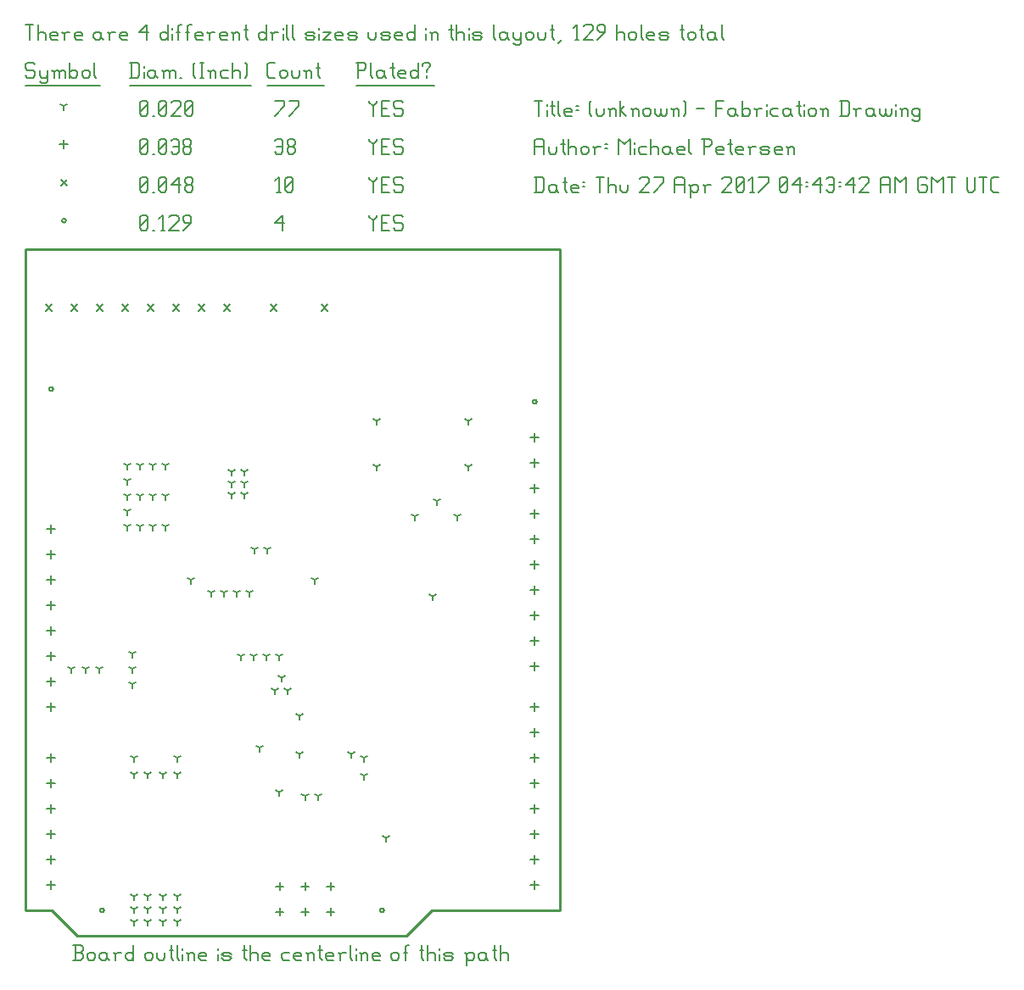
<source format=gbr>
G04 start of page 12 for group -3984 idx -3984 *
G04 Title: (unknown), fab *
G04 Creator: pcb 20140316 *
G04 CreationDate: Thu 27 Apr 2017 04:43:42 AM GMT UTC *
G04 For: railfan *
G04 Format: Gerber/RS-274X *
G04 PCB-Dimensions (mil): 2100.00 2700.00 *
G04 PCB-Coordinate-Origin: lower left *
%MOIN*%
%FSLAX25Y25*%
%LNFAB*%
%ADD88C,0.0100*%
%ADD87C,0.0060*%
%ADD86R,0.0080X0.0080*%
G54D86*X139200Y10000D02*G75*G03X140800Y10000I800J0D01*G01*
G75*G03X139200Y10000I-800J0D01*G01*
X199200Y210000D02*G75*G03X200800Y210000I800J0D01*G01*
G75*G03X199200Y210000I-800J0D01*G01*
X9200Y215000D02*G75*G03X10800Y215000I800J0D01*G01*
G75*G03X9200Y215000I-800J0D01*G01*
X29200Y10000D02*G75*G03X30800Y10000I800J0D01*G01*
G75*G03X29200Y10000I-800J0D01*G01*
X14200Y281250D02*G75*G03X15800Y281250I800J0D01*G01*
G75*G03X14200Y281250I-800J0D01*G01*
G54D87*X135000Y283500D02*Y282750D01*
X136500Y281250D01*
X138000Y282750D01*
Y283500D02*Y282750D01*
X136500Y281250D02*Y277500D01*
X139800Y280500D02*X142050D01*
X139800Y277500D02*X142800D01*
X139800Y283500D02*Y277500D01*
Y283500D02*X142800D01*
X147600D02*X148350Y282750D01*
X145350Y283500D02*X147600D01*
X144600Y282750D02*X145350Y283500D01*
X144600Y282750D02*Y281250D01*
X145350Y280500D01*
X147600D01*
X148350Y279750D01*
Y278250D01*
X147600Y277500D02*X148350Y278250D01*
X145350Y277500D02*X147600D01*
X144600Y278250D02*X145350Y277500D01*
X98000Y280500D02*X101000Y283500D01*
X98000Y280500D02*X101750D01*
X101000Y283500D02*Y277500D01*
X45000Y278250D02*X45750Y277500D01*
X45000Y282750D02*Y278250D01*
Y282750D02*X45750Y283500D01*
X47250D01*
X48000Y282750D01*
Y278250D01*
X47250Y277500D02*X48000Y278250D01*
X45750Y277500D02*X47250D01*
X45000Y279000D02*X48000Y282000D01*
X49800Y277500D02*X50550D01*
X53100D02*X54600D01*
X53850Y283500D02*Y277500D01*
X52350Y282000D02*X53850Y283500D01*
X56400Y282750D02*X57150Y283500D01*
X59400D01*
X60150Y282750D01*
Y281250D01*
X56400Y277500D02*X60150Y281250D01*
X56400Y277500D02*X60150D01*
X61950D02*X64950Y280500D01*
Y282750D02*Y280500D01*
X64200Y283500D02*X64950Y282750D01*
X62700Y283500D02*X64200D01*
X61950Y282750D02*X62700Y283500D01*
X61950Y282750D02*Y281250D01*
X62700Y280500D01*
X64950D01*
X77800Y248200D02*X80200Y245800D01*
X77800D02*X80200Y248200D01*
X67800D02*X70200Y245800D01*
X67800D02*X70200Y248200D01*
X57800D02*X60200Y245800D01*
X57800D02*X60200Y248200D01*
X47800D02*X50200Y245800D01*
X47800D02*X50200Y248200D01*
X37800D02*X40200Y245800D01*
X37800D02*X40200Y248200D01*
X27800D02*X30200Y245800D01*
X27800D02*X30200Y248200D01*
X17800D02*X20200Y245800D01*
X17800D02*X20200Y248200D01*
X7800D02*X10200Y245800D01*
X7800D02*X10200Y248200D01*
X116300D02*X118700Y245800D01*
X116300D02*X118700Y248200D01*
X96300D02*X98700Y245800D01*
X96300D02*X98700Y248200D01*
X13800Y297450D02*X16200Y295050D01*
X13800D02*X16200Y297450D01*
X135000Y298500D02*Y297750D01*
X136500Y296250D01*
X138000Y297750D01*
Y298500D02*Y297750D01*
X136500Y296250D02*Y292500D01*
X139800Y295500D02*X142050D01*
X139800Y292500D02*X142800D01*
X139800Y298500D02*Y292500D01*
Y298500D02*X142800D01*
X147600D02*X148350Y297750D01*
X145350Y298500D02*X147600D01*
X144600Y297750D02*X145350Y298500D01*
X144600Y297750D02*Y296250D01*
X145350Y295500D01*
X147600D01*
X148350Y294750D01*
Y293250D01*
X147600Y292500D02*X148350Y293250D01*
X145350Y292500D02*X147600D01*
X144600Y293250D02*X145350Y292500D01*
X98750D02*X100250D01*
X99500Y298500D02*Y292500D01*
X98000Y297000D02*X99500Y298500D01*
X102050Y293250D02*X102800Y292500D01*
X102050Y297750D02*Y293250D01*
Y297750D02*X102800Y298500D01*
X104300D01*
X105050Y297750D01*
Y293250D01*
X104300Y292500D02*X105050Y293250D01*
X102800Y292500D02*X104300D01*
X102050Y294000D02*X105050Y297000D01*
X45000Y293250D02*X45750Y292500D01*
X45000Y297750D02*Y293250D01*
Y297750D02*X45750Y298500D01*
X47250D01*
X48000Y297750D01*
Y293250D01*
X47250Y292500D02*X48000Y293250D01*
X45750Y292500D02*X47250D01*
X45000Y294000D02*X48000Y297000D01*
X49800Y292500D02*X50550D01*
X52350Y293250D02*X53100Y292500D01*
X52350Y297750D02*Y293250D01*
Y297750D02*X53100Y298500D01*
X54600D01*
X55350Y297750D01*
Y293250D01*
X54600Y292500D02*X55350Y293250D01*
X53100Y292500D02*X54600D01*
X52350Y294000D02*X55350Y297000D01*
X57150Y295500D02*X60150Y298500D01*
X57150Y295500D02*X60900D01*
X60150Y298500D02*Y292500D01*
X62700Y293250D02*X63450Y292500D01*
X62700Y294750D02*Y293250D01*
Y294750D02*X63450Y295500D01*
X64950D01*
X65700Y294750D01*
Y293250D01*
X64950Y292500D02*X65700Y293250D01*
X63450Y292500D02*X64950D01*
X62700Y296250D02*X63450Y295500D01*
X62700Y297750D02*Y296250D01*
Y297750D02*X63450Y298500D01*
X64950D01*
X65700Y297750D01*
Y296250D01*
X64950Y295500D02*X65700Y296250D01*
X10000Y161600D02*Y158400D01*
X8400Y160000D02*X11600D01*
X10000Y151600D02*Y148400D01*
X8400Y150000D02*X11600D01*
X10000Y141600D02*Y138400D01*
X8400Y140000D02*X11600D01*
X10000Y131600D02*Y128400D01*
X8400Y130000D02*X11600D01*
X10000Y121600D02*Y118400D01*
X8400Y120000D02*X11600D01*
X10000Y111600D02*Y108400D01*
X8400Y110000D02*X11600D01*
X10000Y101600D02*Y98400D01*
X8400Y100000D02*X11600D01*
X10000Y91600D02*Y88400D01*
X8400Y90000D02*X11600D01*
X10000Y71600D02*Y68400D01*
X8400Y70000D02*X11600D01*
X10000Y61600D02*Y58400D01*
X8400Y60000D02*X11600D01*
X10000Y51600D02*Y48400D01*
X8400Y50000D02*X11600D01*
X10000Y41600D02*Y38400D01*
X8400Y40000D02*X11600D01*
X10000Y31600D02*Y28400D01*
X8400Y30000D02*X11600D01*
X10000Y21600D02*Y18400D01*
X8400Y20000D02*X11600D01*
X200000Y21600D02*Y18400D01*
X198400Y20000D02*X201600D01*
X200000Y31600D02*Y28400D01*
X198400Y30000D02*X201600D01*
X200000Y41600D02*Y38400D01*
X198400Y40000D02*X201600D01*
X200000Y51600D02*Y48400D01*
X198400Y50000D02*X201600D01*
X200000Y61600D02*Y58400D01*
X198400Y60000D02*X201600D01*
X200000Y71600D02*Y68400D01*
X198400Y70000D02*X201600D01*
X200000Y81600D02*Y78400D01*
X198400Y80000D02*X201600D01*
X200000Y91600D02*Y88400D01*
X198400Y90000D02*X201600D01*
X200000Y107600D02*Y104400D01*
X198400Y106000D02*X201600D01*
X200000Y117600D02*Y114400D01*
X198400Y116000D02*X201600D01*
X200000Y127600D02*Y124400D01*
X198400Y126000D02*X201600D01*
X200000Y137600D02*Y134400D01*
X198400Y136000D02*X201600D01*
X200000Y147600D02*Y144400D01*
X198400Y146000D02*X201600D01*
X200000Y157600D02*Y154400D01*
X198400Y156000D02*X201600D01*
X200000Y167600D02*Y164400D01*
X198400Y166000D02*X201600D01*
X200000Y177600D02*Y174400D01*
X198400Y176000D02*X201600D01*
X200000Y187600D02*Y184400D01*
X198400Y186000D02*X201600D01*
X200000Y197600D02*Y194400D01*
X198400Y196000D02*X201600D01*
X119803Y21049D02*Y17849D01*
X118203Y19449D02*X121403D01*
X109803Y21049D02*Y17849D01*
X108203Y19449D02*X111403D01*
X99803Y21049D02*Y17849D01*
X98203Y19449D02*X101403D01*
X119803Y11049D02*Y7849D01*
X118203Y9449D02*X121403D01*
X109803Y11049D02*Y7849D01*
X108203Y9449D02*X111403D01*
X99803Y11049D02*Y7849D01*
X98203Y9449D02*X101403D01*
X15000Y312850D02*Y309650D01*
X13400Y311250D02*X16600D01*
X135000Y313500D02*Y312750D01*
X136500Y311250D01*
X138000Y312750D01*
Y313500D02*Y312750D01*
X136500Y311250D02*Y307500D01*
X139800Y310500D02*X142050D01*
X139800Y307500D02*X142800D01*
X139800Y313500D02*Y307500D01*
Y313500D02*X142800D01*
X147600D02*X148350Y312750D01*
X145350Y313500D02*X147600D01*
X144600Y312750D02*X145350Y313500D01*
X144600Y312750D02*Y311250D01*
X145350Y310500D01*
X147600D01*
X148350Y309750D01*
Y308250D01*
X147600Y307500D02*X148350Y308250D01*
X145350Y307500D02*X147600D01*
X144600Y308250D02*X145350Y307500D01*
X98000Y312750D02*X98750Y313500D01*
X100250D01*
X101000Y312750D01*
Y308250D01*
X100250Y307500D02*X101000Y308250D01*
X98750Y307500D02*X100250D01*
X98000Y308250D02*X98750Y307500D01*
Y310500D02*X101000D01*
X102800Y308250D02*X103550Y307500D01*
X102800Y309750D02*Y308250D01*
Y309750D02*X103550Y310500D01*
X105050D01*
X105800Y309750D01*
Y308250D01*
X105050Y307500D02*X105800Y308250D01*
X103550Y307500D02*X105050D01*
X102800Y311250D02*X103550Y310500D01*
X102800Y312750D02*Y311250D01*
Y312750D02*X103550Y313500D01*
X105050D01*
X105800Y312750D01*
Y311250D01*
X105050Y310500D02*X105800Y311250D01*
X45000Y308250D02*X45750Y307500D01*
X45000Y312750D02*Y308250D01*
Y312750D02*X45750Y313500D01*
X47250D01*
X48000Y312750D01*
Y308250D01*
X47250Y307500D02*X48000Y308250D01*
X45750Y307500D02*X47250D01*
X45000Y309000D02*X48000Y312000D01*
X49800Y307500D02*X50550D01*
X52350Y308250D02*X53100Y307500D01*
X52350Y312750D02*Y308250D01*
Y312750D02*X53100Y313500D01*
X54600D01*
X55350Y312750D01*
Y308250D01*
X54600Y307500D02*X55350Y308250D01*
X53100Y307500D02*X54600D01*
X52350Y309000D02*X55350Y312000D01*
X57150Y312750D02*X57900Y313500D01*
X59400D01*
X60150Y312750D01*
Y308250D01*
X59400Y307500D02*X60150Y308250D01*
X57900Y307500D02*X59400D01*
X57150Y308250D02*X57900Y307500D01*
Y310500D02*X60150D01*
X61950Y308250D02*X62700Y307500D01*
X61950Y309750D02*Y308250D01*
Y309750D02*X62700Y310500D01*
X64200D01*
X64950Y309750D01*
Y308250D01*
X64200Y307500D02*X64950Y308250D01*
X62700Y307500D02*X64200D01*
X61950Y311250D02*X62700Y310500D01*
X61950Y312750D02*Y311250D01*
Y312750D02*X62700Y313500D01*
X64200D01*
X64950Y312750D01*
Y311250D01*
X64200Y310500D02*X64950Y311250D01*
X160000Y133500D02*Y131900D01*
Y133500D02*X161387Y134300D01*
X160000Y133500D02*X158613Y134300D01*
X169500Y165000D02*Y163400D01*
Y165000D02*X170887Y165800D01*
X169500Y165000D02*X168113Y165800D01*
X153000Y165000D02*Y163400D01*
Y165000D02*X154387Y165800D01*
X153000Y165000D02*X151613Y165800D01*
X42000Y111000D02*Y109400D01*
Y111000D02*X43387Y111800D01*
X42000Y111000D02*X40613Y111800D01*
X42000Y105000D02*Y103400D01*
Y105000D02*X43387Y105800D01*
X42000Y105000D02*X40613Y105800D01*
X42000Y99000D02*Y97400D01*
Y99000D02*X43387Y99800D01*
X42000Y99000D02*X40613Y99800D01*
X18000Y105000D02*Y103400D01*
Y105000D02*X19387Y105800D01*
X18000Y105000D02*X16613Y105800D01*
X23500Y105000D02*Y103400D01*
Y105000D02*X24887Y105800D01*
X23500Y105000D02*X22113Y105800D01*
X29000Y105000D02*Y103400D01*
Y105000D02*X30387Y105800D01*
X29000Y105000D02*X27613Y105800D01*
X73000Y135000D02*Y133400D01*
Y135000D02*X74387Y135800D01*
X73000Y135000D02*X71613Y135800D01*
X83000Y135000D02*Y133400D01*
Y135000D02*X84387Y135800D01*
X83000Y135000D02*X81613Y135800D01*
X55000Y185000D02*Y183400D01*
Y185000D02*X56387Y185800D01*
X55000Y185000D02*X53613Y185800D01*
X50000Y185000D02*Y183400D01*
Y185000D02*X51387Y185800D01*
X50000Y185000D02*X48613Y185800D01*
X55000Y173000D02*Y171400D01*
Y173000D02*X56387Y173800D01*
X55000Y173000D02*X53613Y173800D01*
X50000Y173000D02*Y171400D01*
Y173000D02*X51387Y173800D01*
X50000Y173000D02*X48613Y173800D01*
X55000Y161000D02*Y159400D01*
Y161000D02*X56387Y161800D01*
X55000Y161000D02*X53613Y161800D01*
X50000Y161000D02*Y159400D01*
Y161000D02*X51387Y161800D01*
X50000Y161000D02*X48613Y161800D01*
X45000Y185000D02*Y183400D01*
Y185000D02*X46387Y185800D01*
X45000Y185000D02*X43613Y185800D01*
X40000Y185000D02*Y183400D01*
Y185000D02*X41387Y185800D01*
X40000Y185000D02*X38613Y185800D01*
X45000Y173000D02*Y171400D01*
Y173000D02*X46387Y173800D01*
X45000Y173000D02*X43613Y173800D01*
X40000Y173000D02*Y171400D01*
Y173000D02*X41387Y173800D01*
X40000Y173000D02*X38613Y173800D01*
X45000Y161000D02*Y159400D01*
Y161000D02*X46387Y161800D01*
X45000Y161000D02*X43613Y161800D01*
X40000Y161000D02*Y159400D01*
Y161000D02*X41387Y161800D01*
X40000Y161000D02*X38613Y161800D01*
X40000Y179000D02*Y177400D01*
Y179000D02*X41387Y179800D01*
X40000Y179000D02*X38613Y179800D01*
X40000Y167000D02*Y165400D01*
Y167000D02*X41387Y167800D01*
X40000Y167000D02*X38613Y167800D01*
X90000Y152000D02*Y150400D01*
Y152000D02*X91387Y152800D01*
X90000Y152000D02*X88613Y152800D01*
X95000Y152000D02*Y150400D01*
Y152000D02*X96387Y152800D01*
X95000Y152000D02*X93613Y152800D01*
X81000Y173500D02*Y171900D01*
Y173500D02*X82387Y174300D01*
X81000Y173500D02*X79613Y174300D01*
X86000Y173500D02*Y171900D01*
Y173500D02*X87387Y174300D01*
X86000Y173500D02*X84613Y174300D01*
X81000Y182500D02*Y180900D01*
Y182500D02*X82387Y183300D01*
X81000Y182500D02*X79613Y183300D01*
X86000Y182500D02*Y180900D01*
Y182500D02*X87387Y183300D01*
X86000Y182500D02*X84613Y183300D01*
X81000Y178000D02*Y176400D01*
Y178000D02*X82387Y178800D01*
X81000Y178000D02*X79613Y178800D01*
X86000Y178000D02*Y176400D01*
Y178000D02*X87387Y178800D01*
X86000Y178000D02*X84613Y178800D01*
X88000Y135000D02*Y133400D01*
Y135000D02*X89387Y135800D01*
X88000Y135000D02*X86613Y135800D01*
X161600Y171000D02*Y169400D01*
Y171000D02*X162987Y171800D01*
X161600Y171000D02*X160213Y171800D01*
X78000Y135000D02*Y133400D01*
Y135000D02*X79387Y135800D01*
X78000Y135000D02*X76613Y135800D01*
X54000Y63500D02*Y61900D01*
Y63500D02*X55387Y64300D01*
X54000Y63500D02*X52613Y64300D01*
X48000Y63500D02*Y61900D01*
Y63500D02*X49387Y64300D01*
X48000Y63500D02*X46613Y64300D01*
X42500Y63500D02*Y61900D01*
Y63500D02*X43887Y64300D01*
X42500Y63500D02*X41113Y64300D01*
X42500Y70000D02*Y68400D01*
Y70000D02*X43887Y70800D01*
X42500Y70000D02*X41113Y70800D01*
X59500Y70000D02*Y68400D01*
Y70000D02*X60887Y70800D01*
X59500Y70000D02*X58113Y70800D01*
X59500Y63500D02*Y61900D01*
Y63500D02*X60887Y64300D01*
X59500Y63500D02*X58113Y64300D01*
X138000Y202500D02*Y200900D01*
Y202500D02*X139387Y203300D01*
X138000Y202500D02*X136613Y203300D01*
X138000Y184500D02*Y182900D01*
Y184500D02*X139387Y185300D01*
X138000Y184500D02*X136613Y185300D01*
X174000Y202500D02*Y200900D01*
Y202500D02*X175387Y203300D01*
X174000Y202500D02*X172613Y203300D01*
X174000Y184500D02*Y182900D01*
Y184500D02*X175387Y185300D01*
X174000Y184500D02*X172613Y185300D01*
X54000Y5500D02*Y3900D01*
Y5500D02*X55387Y6300D01*
X54000Y5500D02*X52613Y6300D01*
X48000Y5500D02*Y3900D01*
Y5500D02*X49387Y6300D01*
X48000Y5500D02*X46613Y6300D01*
X42500Y5500D02*Y3900D01*
Y5500D02*X43887Y6300D01*
X42500Y5500D02*X41113Y6300D01*
X59500Y5500D02*Y3900D01*
Y5500D02*X60887Y6300D01*
X59500Y5500D02*X58113Y6300D01*
X54000Y10500D02*Y8900D01*
Y10500D02*X55387Y11300D01*
X54000Y10500D02*X52613Y11300D01*
X48000Y10500D02*Y8900D01*
Y10500D02*X49387Y11300D01*
X48000Y10500D02*X46613Y11300D01*
X42500Y10500D02*Y8900D01*
Y10500D02*X43887Y11300D01*
X42500Y10500D02*X41113Y11300D01*
X59500Y10500D02*Y8900D01*
Y10500D02*X60887Y11300D01*
X59500Y10500D02*X58113Y11300D01*
X54000Y15500D02*Y13900D01*
Y15500D02*X55387Y16300D01*
X54000Y15500D02*X52613Y16300D01*
X48000Y15500D02*Y13900D01*
Y15500D02*X49387Y16300D01*
X48000Y15500D02*X46613Y16300D01*
X42500Y15500D02*Y13900D01*
Y15500D02*X43887Y16300D01*
X42500Y15500D02*X41113Y16300D01*
X59500Y15500D02*Y13900D01*
Y15500D02*X60887Y16300D01*
X59500Y15500D02*X58113Y16300D01*
X65000Y140000D02*Y138400D01*
Y140000D02*X66387Y140800D01*
X65000Y140000D02*X63613Y140800D01*
X141500Y38500D02*Y36900D01*
Y38500D02*X142887Y39300D01*
X141500Y38500D02*X140113Y39300D01*
X113500Y140000D02*Y138400D01*
Y140000D02*X114887Y140800D01*
X113500Y140000D02*X112113Y140800D01*
X100500Y101500D02*Y99900D01*
Y101500D02*X101887Y102300D01*
X100500Y101500D02*X99113Y102300D01*
X98000Y96500D02*Y94900D01*
Y96500D02*X99387Y97300D01*
X98000Y96500D02*X96613Y97300D01*
X103000Y96500D02*Y94900D01*
Y96500D02*X104387Y97300D01*
X103000Y96500D02*X101613Y97300D01*
X128000Y71500D02*Y69900D01*
Y71500D02*X129387Y72300D01*
X128000Y71500D02*X126613Y72300D01*
X99500Y56500D02*Y54900D01*
Y56500D02*X100887Y57300D01*
X99500Y56500D02*X98113Y57300D01*
X84500Y110000D02*Y108400D01*
Y110000D02*X85887Y110800D01*
X84500Y110000D02*X83113Y110800D01*
X94500Y110000D02*Y108400D01*
Y110000D02*X95887Y110800D01*
X94500Y110000D02*X93113Y110800D01*
X89500Y110000D02*Y108400D01*
Y110000D02*X90887Y110800D01*
X89500Y110000D02*X88113Y110800D01*
X99500Y110000D02*Y108400D01*
Y110000D02*X100887Y110800D01*
X99500Y110000D02*X98113Y110800D01*
X92000Y74000D02*Y72400D01*
Y74000D02*X93387Y74800D01*
X92000Y74000D02*X90613Y74800D01*
X133000Y70000D02*Y68400D01*
Y70000D02*X134387Y70800D01*
X133000Y70000D02*X131613Y70800D01*
X133000Y63000D02*Y61400D01*
Y63000D02*X134387Y63800D01*
X133000Y63000D02*X131613Y63800D01*
X107500Y71500D02*Y69900D01*
Y71500D02*X108887Y72300D01*
X107500Y71500D02*X106113Y72300D01*
X109803Y55000D02*Y53400D01*
Y55000D02*X111190Y55800D01*
X109803Y55000D02*X108416Y55800D01*
X115000Y55000D02*Y53400D01*
Y55000D02*X116387Y55800D01*
X115000Y55000D02*X113613Y55800D01*
X107500Y86500D02*Y84900D01*
Y86500D02*X108887Y87300D01*
X107500Y86500D02*X106113Y87300D01*
X15000Y326250D02*Y324650D01*
Y326250D02*X16387Y327050D01*
X15000Y326250D02*X13613Y327050D01*
X135000Y328500D02*Y327750D01*
X136500Y326250D01*
X138000Y327750D01*
Y328500D02*Y327750D01*
X136500Y326250D02*Y322500D01*
X139800Y325500D02*X142050D01*
X139800Y322500D02*X142800D01*
X139800Y328500D02*Y322500D01*
Y328500D02*X142800D01*
X147600D02*X148350Y327750D01*
X145350Y328500D02*X147600D01*
X144600Y327750D02*X145350Y328500D01*
X144600Y327750D02*Y326250D01*
X145350Y325500D01*
X147600D01*
X148350Y324750D01*
Y323250D01*
X147600Y322500D02*X148350Y323250D01*
X145350Y322500D02*X147600D01*
X144600Y323250D02*X145350Y322500D01*
X98000D02*X101750Y326250D01*
Y328500D02*Y326250D01*
X98000Y328500D02*X101750D01*
X103550Y322500D02*X107300Y326250D01*
Y328500D02*Y326250D01*
X103550Y328500D02*X107300D01*
X45000Y323250D02*X45750Y322500D01*
X45000Y327750D02*Y323250D01*
Y327750D02*X45750Y328500D01*
X47250D01*
X48000Y327750D01*
Y323250D01*
X47250Y322500D02*X48000Y323250D01*
X45750Y322500D02*X47250D01*
X45000Y324000D02*X48000Y327000D01*
X49800Y322500D02*X50550D01*
X52350Y323250D02*X53100Y322500D01*
X52350Y327750D02*Y323250D01*
Y327750D02*X53100Y328500D01*
X54600D01*
X55350Y327750D01*
Y323250D01*
X54600Y322500D02*X55350Y323250D01*
X53100Y322500D02*X54600D01*
X52350Y324000D02*X55350Y327000D01*
X57150Y327750D02*X57900Y328500D01*
X60150D01*
X60900Y327750D01*
Y326250D01*
X57150Y322500D02*X60900Y326250D01*
X57150Y322500D02*X60900D01*
X62700Y323250D02*X63450Y322500D01*
X62700Y327750D02*Y323250D01*
Y327750D02*X63450Y328500D01*
X64950D01*
X65700Y327750D01*
Y323250D01*
X64950Y322500D02*X65700Y323250D01*
X63450Y322500D02*X64950D01*
X62700Y324000D02*X65700Y327000D01*
X3000Y343500D02*X3750Y342750D01*
X750Y343500D02*X3000D01*
X0Y342750D02*X750Y343500D01*
X0Y342750D02*Y341250D01*
X750Y340500D01*
X3000D01*
X3750Y339750D01*
Y338250D01*
X3000Y337500D02*X3750Y338250D01*
X750Y337500D02*X3000D01*
X0Y338250D02*X750Y337500D01*
X5550Y340500D02*Y338250D01*
X6300Y337500D01*
X8550Y340500D02*Y336000D01*
X7800Y335250D02*X8550Y336000D01*
X6300Y335250D02*X7800D01*
X5550Y336000D02*X6300Y335250D01*
Y337500D02*X7800D01*
X8550Y338250D01*
X11100Y339750D02*Y337500D01*
Y339750D02*X11850Y340500D01*
X12600D01*
X13350Y339750D01*
Y337500D01*
Y339750D02*X14100Y340500D01*
X14850D01*
X15600Y339750D01*
Y337500D01*
X10350Y340500D02*X11100Y339750D01*
X17400Y343500D02*Y337500D01*
Y338250D02*X18150Y337500D01*
X19650D01*
X20400Y338250D01*
Y339750D02*Y338250D01*
X19650Y340500D02*X20400Y339750D01*
X18150Y340500D02*X19650D01*
X17400Y339750D02*X18150Y340500D01*
X22200Y339750D02*Y338250D01*
Y339750D02*X22950Y340500D01*
X24450D01*
X25200Y339750D01*
Y338250D01*
X24450Y337500D02*X25200Y338250D01*
X22950Y337500D02*X24450D01*
X22200Y338250D02*X22950Y337500D01*
X27000Y343500D02*Y338250D01*
X27750Y337500D01*
X0Y334250D02*X29250D01*
X41750Y343500D02*Y337500D01*
X44000Y343500D02*X44750Y342750D01*
Y338250D01*
X44000Y337500D02*X44750Y338250D01*
X41000Y337500D02*X44000D01*
X41000Y343500D02*X44000D01*
X46550Y342000D02*Y341250D01*
Y339750D02*Y337500D01*
X50300Y340500D02*X51050Y339750D01*
X48800Y340500D02*X50300D01*
X48050Y339750D02*X48800Y340500D01*
X48050Y339750D02*Y338250D01*
X48800Y337500D01*
X51050Y340500D02*Y338250D01*
X51800Y337500D01*
X48800D02*X50300D01*
X51050Y338250D01*
X54350Y339750D02*Y337500D01*
Y339750D02*X55100Y340500D01*
X55850D01*
X56600Y339750D01*
Y337500D01*
Y339750D02*X57350Y340500D01*
X58100D01*
X58850Y339750D01*
Y337500D01*
X53600Y340500D02*X54350Y339750D01*
X60650Y337500D02*X61400D01*
X65900Y338250D02*X66650Y337500D01*
X65900Y342750D02*X66650Y343500D01*
X65900Y342750D02*Y338250D01*
X68450Y343500D02*X69950D01*
X69200D02*Y337500D01*
X68450D02*X69950D01*
X72500Y339750D02*Y337500D01*
Y339750D02*X73250Y340500D01*
X74000D01*
X74750Y339750D01*
Y337500D01*
X71750Y340500D02*X72500Y339750D01*
X77300Y340500D02*X79550D01*
X76550Y339750D02*X77300Y340500D01*
X76550Y339750D02*Y338250D01*
X77300Y337500D01*
X79550D01*
X81350Y343500D02*Y337500D01*
Y339750D02*X82100Y340500D01*
X83600D01*
X84350Y339750D01*
Y337500D01*
X86150Y343500D02*X86900Y342750D01*
Y338250D01*
X86150Y337500D02*X86900Y338250D01*
X41000Y334250D02*X88700D01*
X95750Y337500D02*X98000D01*
X95000Y338250D02*X95750Y337500D01*
X95000Y342750D02*Y338250D01*
Y342750D02*X95750Y343500D01*
X98000D01*
X99800Y339750D02*Y338250D01*
Y339750D02*X100550Y340500D01*
X102050D01*
X102800Y339750D01*
Y338250D01*
X102050Y337500D02*X102800Y338250D01*
X100550Y337500D02*X102050D01*
X99800Y338250D02*X100550Y337500D01*
X104600Y340500D02*Y338250D01*
X105350Y337500D01*
X106850D01*
X107600Y338250D01*
Y340500D02*Y338250D01*
X110150Y339750D02*Y337500D01*
Y339750D02*X110900Y340500D01*
X111650D01*
X112400Y339750D01*
Y337500D01*
X109400Y340500D02*X110150Y339750D01*
X114950Y343500D02*Y338250D01*
X115700Y337500D01*
X114200Y341250D02*X115700D01*
X95000Y334250D02*X117200D01*
X130750Y343500D02*Y337500D01*
X130000Y343500D02*X133000D01*
X133750Y342750D01*
Y341250D01*
X133000Y340500D02*X133750Y341250D01*
X130750Y340500D02*X133000D01*
X135550Y343500D02*Y338250D01*
X136300Y337500D01*
X140050Y340500D02*X140800Y339750D01*
X138550Y340500D02*X140050D01*
X137800Y339750D02*X138550Y340500D01*
X137800Y339750D02*Y338250D01*
X138550Y337500D01*
X140800Y340500D02*Y338250D01*
X141550Y337500D01*
X138550D02*X140050D01*
X140800Y338250D01*
X144100Y343500D02*Y338250D01*
X144850Y337500D01*
X143350Y341250D02*X144850D01*
X147100Y337500D02*X149350D01*
X146350Y338250D02*X147100Y337500D01*
X146350Y339750D02*Y338250D01*
Y339750D02*X147100Y340500D01*
X148600D01*
X149350Y339750D01*
X146350Y339000D02*X149350D01*
Y339750D02*Y339000D01*
X154150Y343500D02*Y337500D01*
X153400D02*X154150Y338250D01*
X151900Y337500D02*X153400D01*
X151150Y338250D02*X151900Y337500D01*
X151150Y339750D02*Y338250D01*
Y339750D02*X151900Y340500D01*
X153400D01*
X154150Y339750D01*
X157450Y340500D02*Y339750D01*
Y338250D02*Y337500D01*
X155950Y342750D02*Y342000D01*
Y342750D02*X156700Y343500D01*
X158200D01*
X158950Y342750D01*
Y342000D01*
X157450Y340500D02*X158950Y342000D01*
X130000Y334250D02*X160750D01*
X0Y358500D02*X3000D01*
X1500D02*Y352500D01*
X4800Y358500D02*Y352500D01*
Y354750D02*X5550Y355500D01*
X7050D01*
X7800Y354750D01*
Y352500D01*
X10350D02*X12600D01*
X9600Y353250D02*X10350Y352500D01*
X9600Y354750D02*Y353250D01*
Y354750D02*X10350Y355500D01*
X11850D01*
X12600Y354750D01*
X9600Y354000D02*X12600D01*
Y354750D02*Y354000D01*
X15150Y354750D02*Y352500D01*
Y354750D02*X15900Y355500D01*
X17400D01*
X14400D02*X15150Y354750D01*
X19950Y352500D02*X22200D01*
X19200Y353250D02*X19950Y352500D01*
X19200Y354750D02*Y353250D01*
Y354750D02*X19950Y355500D01*
X21450D01*
X22200Y354750D01*
X19200Y354000D02*X22200D01*
Y354750D02*Y354000D01*
X28950Y355500D02*X29700Y354750D01*
X27450Y355500D02*X28950D01*
X26700Y354750D02*X27450Y355500D01*
X26700Y354750D02*Y353250D01*
X27450Y352500D01*
X29700Y355500D02*Y353250D01*
X30450Y352500D01*
X27450D02*X28950D01*
X29700Y353250D01*
X33000Y354750D02*Y352500D01*
Y354750D02*X33750Y355500D01*
X35250D01*
X32250D02*X33000Y354750D01*
X37800Y352500D02*X40050D01*
X37050Y353250D02*X37800Y352500D01*
X37050Y354750D02*Y353250D01*
Y354750D02*X37800Y355500D01*
X39300D01*
X40050Y354750D01*
X37050Y354000D02*X40050D01*
Y354750D02*Y354000D01*
X44550Y355500D02*X47550Y358500D01*
X44550Y355500D02*X48300D01*
X47550Y358500D02*Y352500D01*
X55800Y358500D02*Y352500D01*
X55050D02*X55800Y353250D01*
X53550Y352500D02*X55050D01*
X52800Y353250D02*X53550Y352500D01*
X52800Y354750D02*Y353250D01*
Y354750D02*X53550Y355500D01*
X55050D01*
X55800Y354750D01*
X57600Y357000D02*Y356250D01*
Y354750D02*Y352500D01*
X59850Y357750D02*Y352500D01*
Y357750D02*X60600Y358500D01*
X61350D01*
X59100Y355500D02*X60600D01*
X63600Y357750D02*Y352500D01*
Y357750D02*X64350Y358500D01*
X65100D01*
X62850Y355500D02*X64350D01*
X67350Y352500D02*X69600D01*
X66600Y353250D02*X67350Y352500D01*
X66600Y354750D02*Y353250D01*
Y354750D02*X67350Y355500D01*
X68850D01*
X69600Y354750D01*
X66600Y354000D02*X69600D01*
Y354750D02*Y354000D01*
X72150Y354750D02*Y352500D01*
Y354750D02*X72900Y355500D01*
X74400D01*
X71400D02*X72150Y354750D01*
X76950Y352500D02*X79200D01*
X76200Y353250D02*X76950Y352500D01*
X76200Y354750D02*Y353250D01*
Y354750D02*X76950Y355500D01*
X78450D01*
X79200Y354750D01*
X76200Y354000D02*X79200D01*
Y354750D02*Y354000D01*
X81750Y354750D02*Y352500D01*
Y354750D02*X82500Y355500D01*
X83250D01*
X84000Y354750D01*
Y352500D01*
X81000Y355500D02*X81750Y354750D01*
X86550Y358500D02*Y353250D01*
X87300Y352500D01*
X85800Y356250D02*X87300D01*
X94500Y358500D02*Y352500D01*
X93750D02*X94500Y353250D01*
X92250Y352500D02*X93750D01*
X91500Y353250D02*X92250Y352500D01*
X91500Y354750D02*Y353250D01*
Y354750D02*X92250Y355500D01*
X93750D01*
X94500Y354750D01*
X97050D02*Y352500D01*
Y354750D02*X97800Y355500D01*
X99300D01*
X96300D02*X97050Y354750D01*
X101100Y357000D02*Y356250D01*
Y354750D02*Y352500D01*
X102600Y358500D02*Y353250D01*
X103350Y352500D01*
X104850Y358500D02*Y353250D01*
X105600Y352500D01*
X110550D02*X112800D01*
X113550Y353250D01*
X112800Y354000D02*X113550Y353250D01*
X110550Y354000D02*X112800D01*
X109800Y354750D02*X110550Y354000D01*
X109800Y354750D02*X110550Y355500D01*
X112800D01*
X113550Y354750D01*
X109800Y353250D02*X110550Y352500D01*
X115350Y357000D02*Y356250D01*
Y354750D02*Y352500D01*
X116850Y355500D02*X119850D01*
X116850Y352500D02*X119850Y355500D01*
X116850Y352500D02*X119850D01*
X122400D02*X124650D01*
X121650Y353250D02*X122400Y352500D01*
X121650Y354750D02*Y353250D01*
Y354750D02*X122400Y355500D01*
X123900D01*
X124650Y354750D01*
X121650Y354000D02*X124650D01*
Y354750D02*Y354000D01*
X127200Y352500D02*X129450D01*
X130200Y353250D01*
X129450Y354000D02*X130200Y353250D01*
X127200Y354000D02*X129450D01*
X126450Y354750D02*X127200Y354000D01*
X126450Y354750D02*X127200Y355500D01*
X129450D01*
X130200Y354750D01*
X126450Y353250D02*X127200Y352500D01*
X134700Y355500D02*Y353250D01*
X135450Y352500D01*
X136950D01*
X137700Y353250D01*
Y355500D02*Y353250D01*
X140250Y352500D02*X142500D01*
X143250Y353250D01*
X142500Y354000D02*X143250Y353250D01*
X140250Y354000D02*X142500D01*
X139500Y354750D02*X140250Y354000D01*
X139500Y354750D02*X140250Y355500D01*
X142500D01*
X143250Y354750D01*
X139500Y353250D02*X140250Y352500D01*
X145800D02*X148050D01*
X145050Y353250D02*X145800Y352500D01*
X145050Y354750D02*Y353250D01*
Y354750D02*X145800Y355500D01*
X147300D01*
X148050Y354750D01*
X145050Y354000D02*X148050D01*
Y354750D02*Y354000D01*
X152850Y358500D02*Y352500D01*
X152100D02*X152850Y353250D01*
X150600Y352500D02*X152100D01*
X149850Y353250D02*X150600Y352500D01*
X149850Y354750D02*Y353250D01*
Y354750D02*X150600Y355500D01*
X152100D01*
X152850Y354750D01*
X157350Y357000D02*Y356250D01*
Y354750D02*Y352500D01*
X159600Y354750D02*Y352500D01*
Y354750D02*X160350Y355500D01*
X161100D01*
X161850Y354750D01*
Y352500D01*
X158850Y355500D02*X159600Y354750D01*
X167100Y358500D02*Y353250D01*
X167850Y352500D01*
X166350Y356250D02*X167850D01*
X169350Y358500D02*Y352500D01*
Y354750D02*X170100Y355500D01*
X171600D01*
X172350Y354750D01*
Y352500D01*
X174150Y357000D02*Y356250D01*
Y354750D02*Y352500D01*
X176400D02*X178650D01*
X179400Y353250D01*
X178650Y354000D02*X179400Y353250D01*
X176400Y354000D02*X178650D01*
X175650Y354750D02*X176400Y354000D01*
X175650Y354750D02*X176400Y355500D01*
X178650D01*
X179400Y354750D01*
X175650Y353250D02*X176400Y352500D01*
X183900Y358500D02*Y353250D01*
X184650Y352500D01*
X188400Y355500D02*X189150Y354750D01*
X186900Y355500D02*X188400D01*
X186150Y354750D02*X186900Y355500D01*
X186150Y354750D02*Y353250D01*
X186900Y352500D01*
X189150Y355500D02*Y353250D01*
X189900Y352500D01*
X186900D02*X188400D01*
X189150Y353250D01*
X191700Y355500D02*Y353250D01*
X192450Y352500D01*
X194700Y355500D02*Y351000D01*
X193950Y350250D02*X194700Y351000D01*
X192450Y350250D02*X193950D01*
X191700Y351000D02*X192450Y350250D01*
Y352500D02*X193950D01*
X194700Y353250D01*
X196500Y354750D02*Y353250D01*
Y354750D02*X197250Y355500D01*
X198750D01*
X199500Y354750D01*
Y353250D01*
X198750Y352500D02*X199500Y353250D01*
X197250Y352500D02*X198750D01*
X196500Y353250D02*X197250Y352500D01*
X201300Y355500D02*Y353250D01*
X202050Y352500D01*
X203550D01*
X204300Y353250D01*
Y355500D02*Y353250D01*
X206850Y358500D02*Y353250D01*
X207600Y352500D01*
X206100Y356250D02*X207600D01*
X209100Y351000D02*X210600Y352500D01*
X215850D02*X217350D01*
X216600Y358500D02*Y352500D01*
X215100Y357000D02*X216600Y358500D01*
X219150Y357750D02*X219900Y358500D01*
X222150D01*
X222900Y357750D01*
Y356250D01*
X219150Y352500D02*X222900Y356250D01*
X219150Y352500D02*X222900D01*
X224700D02*X227700Y355500D01*
Y357750D02*Y355500D01*
X226950Y358500D02*X227700Y357750D01*
X225450Y358500D02*X226950D01*
X224700Y357750D02*X225450Y358500D01*
X224700Y357750D02*Y356250D01*
X225450Y355500D01*
X227700D01*
X232200Y358500D02*Y352500D01*
Y354750D02*X232950Y355500D01*
X234450D01*
X235200Y354750D01*
Y352500D01*
X237000Y354750D02*Y353250D01*
Y354750D02*X237750Y355500D01*
X239250D01*
X240000Y354750D01*
Y353250D01*
X239250Y352500D02*X240000Y353250D01*
X237750Y352500D02*X239250D01*
X237000Y353250D02*X237750Y352500D01*
X241800Y358500D02*Y353250D01*
X242550Y352500D01*
X244800D02*X247050D01*
X244050Y353250D02*X244800Y352500D01*
X244050Y354750D02*Y353250D01*
Y354750D02*X244800Y355500D01*
X246300D01*
X247050Y354750D01*
X244050Y354000D02*X247050D01*
Y354750D02*Y354000D01*
X249600Y352500D02*X251850D01*
X252600Y353250D01*
X251850Y354000D02*X252600Y353250D01*
X249600Y354000D02*X251850D01*
X248850Y354750D02*X249600Y354000D01*
X248850Y354750D02*X249600Y355500D01*
X251850D01*
X252600Y354750D01*
X248850Y353250D02*X249600Y352500D01*
X257850Y358500D02*Y353250D01*
X258600Y352500D01*
X257100Y356250D02*X258600D01*
X260100Y354750D02*Y353250D01*
Y354750D02*X260850Y355500D01*
X262350D01*
X263100Y354750D01*
Y353250D01*
X262350Y352500D02*X263100Y353250D01*
X260850Y352500D02*X262350D01*
X260100Y353250D02*X260850Y352500D01*
X265650Y358500D02*Y353250D01*
X266400Y352500D01*
X264900Y356250D02*X266400D01*
X270150Y355500D02*X270900Y354750D01*
X268650Y355500D02*X270150D01*
X267900Y354750D02*X268650Y355500D01*
X267900Y354750D02*Y353250D01*
X268650Y352500D01*
X270900Y355500D02*Y353250D01*
X271650Y352500D01*
X268650D02*X270150D01*
X270900Y353250D01*
X273450Y358500D02*Y353250D01*
X274200Y352500D01*
G54D88*X0Y270000D02*Y10000D01*
X210000D02*Y270000D01*
X0D01*
Y10000D02*X10300D01*
X20300Y0D01*
X149700D01*
X159700Y10000D01*
X210000D01*
G54D87*X18675Y-9500D02*X21675D01*
X22425Y-8750D01*
Y-7250D02*Y-8750D01*
X21675Y-6500D02*X22425Y-7250D01*
X19425Y-6500D02*X21675D01*
X19425Y-3500D02*Y-9500D01*
X18675Y-3500D02*X21675D01*
X22425Y-4250D01*
Y-5750D01*
X21675Y-6500D02*X22425Y-5750D01*
X24225Y-7250D02*Y-8750D01*
Y-7250D02*X24975Y-6500D01*
X26475D01*
X27225Y-7250D01*
Y-8750D01*
X26475Y-9500D02*X27225Y-8750D01*
X24975Y-9500D02*X26475D01*
X24225Y-8750D02*X24975Y-9500D01*
X31275Y-6500D02*X32025Y-7250D01*
X29775Y-6500D02*X31275D01*
X29025Y-7250D02*X29775Y-6500D01*
X29025Y-7250D02*Y-8750D01*
X29775Y-9500D01*
X32025Y-6500D02*Y-8750D01*
X32775Y-9500D01*
X29775D02*X31275D01*
X32025Y-8750D01*
X35325Y-7250D02*Y-9500D01*
Y-7250D02*X36075Y-6500D01*
X37575D01*
X34575D02*X35325Y-7250D01*
X42375Y-3500D02*Y-9500D01*
X41625D02*X42375Y-8750D01*
X40125Y-9500D02*X41625D01*
X39375Y-8750D02*X40125Y-9500D01*
X39375Y-7250D02*Y-8750D01*
Y-7250D02*X40125Y-6500D01*
X41625D01*
X42375Y-7250D01*
X46875D02*Y-8750D01*
Y-7250D02*X47625Y-6500D01*
X49125D01*
X49875Y-7250D01*
Y-8750D01*
X49125Y-9500D02*X49875Y-8750D01*
X47625Y-9500D02*X49125D01*
X46875Y-8750D02*X47625Y-9500D01*
X51675Y-6500D02*Y-8750D01*
X52425Y-9500D01*
X53925D01*
X54675Y-8750D01*
Y-6500D02*Y-8750D01*
X57225Y-3500D02*Y-8750D01*
X57975Y-9500D01*
X56475Y-5750D02*X57975D01*
X59475Y-3500D02*Y-8750D01*
X60225Y-9500D01*
X61725Y-5000D02*Y-5750D01*
Y-7250D02*Y-9500D01*
X63975Y-7250D02*Y-9500D01*
Y-7250D02*X64725Y-6500D01*
X65475D01*
X66225Y-7250D01*
Y-9500D01*
X63225Y-6500D02*X63975Y-7250D01*
X68775Y-9500D02*X71025D01*
X68025Y-8750D02*X68775Y-9500D01*
X68025Y-7250D02*Y-8750D01*
Y-7250D02*X68775Y-6500D01*
X70275D01*
X71025Y-7250D01*
X68025Y-8000D02*X71025D01*
Y-7250D02*Y-8000D01*
X75525Y-5000D02*Y-5750D01*
Y-7250D02*Y-9500D01*
X77775D02*X80025D01*
X80775Y-8750D01*
X80025Y-8000D02*X80775Y-8750D01*
X77775Y-8000D02*X80025D01*
X77025Y-7250D02*X77775Y-8000D01*
X77025Y-7250D02*X77775Y-6500D01*
X80025D01*
X80775Y-7250D01*
X77025Y-8750D02*X77775Y-9500D01*
X86025Y-3500D02*Y-8750D01*
X86775Y-9500D01*
X85275Y-5750D02*X86775D01*
X88275Y-3500D02*Y-9500D01*
Y-7250D02*X89025Y-6500D01*
X90525D01*
X91275Y-7250D01*
Y-9500D01*
X93825D02*X96075D01*
X93075Y-8750D02*X93825Y-9500D01*
X93075Y-7250D02*Y-8750D01*
Y-7250D02*X93825Y-6500D01*
X95325D01*
X96075Y-7250D01*
X93075Y-8000D02*X96075D01*
Y-7250D02*Y-8000D01*
X101325Y-6500D02*X103575D01*
X100575Y-7250D02*X101325Y-6500D01*
X100575Y-7250D02*Y-8750D01*
X101325Y-9500D01*
X103575D01*
X106125D02*X108375D01*
X105375Y-8750D02*X106125Y-9500D01*
X105375Y-7250D02*Y-8750D01*
Y-7250D02*X106125Y-6500D01*
X107625D01*
X108375Y-7250D01*
X105375Y-8000D02*X108375D01*
Y-7250D02*Y-8000D01*
X110925Y-7250D02*Y-9500D01*
Y-7250D02*X111675Y-6500D01*
X112425D01*
X113175Y-7250D01*
Y-9500D01*
X110175Y-6500D02*X110925Y-7250D01*
X115725Y-3500D02*Y-8750D01*
X116475Y-9500D01*
X114975Y-5750D02*X116475D01*
X118725Y-9500D02*X120975D01*
X117975Y-8750D02*X118725Y-9500D01*
X117975Y-7250D02*Y-8750D01*
Y-7250D02*X118725Y-6500D01*
X120225D01*
X120975Y-7250D01*
X117975Y-8000D02*X120975D01*
Y-7250D02*Y-8000D01*
X123525Y-7250D02*Y-9500D01*
Y-7250D02*X124275Y-6500D01*
X125775D01*
X122775D02*X123525Y-7250D01*
X127575Y-3500D02*Y-8750D01*
X128325Y-9500D01*
X129825Y-5000D02*Y-5750D01*
Y-7250D02*Y-9500D01*
X132075Y-7250D02*Y-9500D01*
Y-7250D02*X132825Y-6500D01*
X133575D01*
X134325Y-7250D01*
Y-9500D01*
X131325Y-6500D02*X132075Y-7250D01*
X136875Y-9500D02*X139125D01*
X136125Y-8750D02*X136875Y-9500D01*
X136125Y-7250D02*Y-8750D01*
Y-7250D02*X136875Y-6500D01*
X138375D01*
X139125Y-7250D01*
X136125Y-8000D02*X139125D01*
Y-7250D02*Y-8000D01*
X143625Y-7250D02*Y-8750D01*
Y-7250D02*X144375Y-6500D01*
X145875D01*
X146625Y-7250D01*
Y-8750D01*
X145875Y-9500D02*X146625Y-8750D01*
X144375Y-9500D02*X145875D01*
X143625Y-8750D02*X144375Y-9500D01*
X149175Y-4250D02*Y-9500D01*
Y-4250D02*X149925Y-3500D01*
X150675D01*
X148425Y-6500D02*X149925D01*
X155625Y-3500D02*Y-8750D01*
X156375Y-9500D01*
X154875Y-5750D02*X156375D01*
X157875Y-3500D02*Y-9500D01*
Y-7250D02*X158625Y-6500D01*
X160125D01*
X160875Y-7250D01*
Y-9500D01*
X162675Y-5000D02*Y-5750D01*
Y-7250D02*Y-9500D01*
X164925D02*X167175D01*
X167925Y-8750D01*
X167175Y-8000D02*X167925Y-8750D01*
X164925Y-8000D02*X167175D01*
X164175Y-7250D02*X164925Y-8000D01*
X164175Y-7250D02*X164925Y-6500D01*
X167175D01*
X167925Y-7250D01*
X164175Y-8750D02*X164925Y-9500D01*
X173175Y-7250D02*Y-11750D01*
X172425Y-6500D02*X173175Y-7250D01*
X173925Y-6500D01*
X175425D01*
X176175Y-7250D01*
Y-8750D01*
X175425Y-9500D02*X176175Y-8750D01*
X173925Y-9500D02*X175425D01*
X173175Y-8750D02*X173925Y-9500D01*
X180225Y-6500D02*X180975Y-7250D01*
X178725Y-6500D02*X180225D01*
X177975Y-7250D02*X178725Y-6500D01*
X177975Y-7250D02*Y-8750D01*
X178725Y-9500D01*
X180975Y-6500D02*Y-8750D01*
X181725Y-9500D01*
X178725D02*X180225D01*
X180975Y-8750D01*
X184275Y-3500D02*Y-8750D01*
X185025Y-9500D01*
X183525Y-5750D02*X185025D01*
X186525Y-3500D02*Y-9500D01*
Y-7250D02*X187275Y-6500D01*
X188775D01*
X189525Y-7250D01*
Y-9500D01*
X200750Y298500D02*Y292500D01*
X203000Y298500D02*X203750Y297750D01*
Y293250D01*
X203000Y292500D02*X203750Y293250D01*
X200000Y292500D02*X203000D01*
X200000Y298500D02*X203000D01*
X207800Y295500D02*X208550Y294750D01*
X206300Y295500D02*X207800D01*
X205550Y294750D02*X206300Y295500D01*
X205550Y294750D02*Y293250D01*
X206300Y292500D01*
X208550Y295500D02*Y293250D01*
X209300Y292500D01*
X206300D02*X207800D01*
X208550Y293250D01*
X211850Y298500D02*Y293250D01*
X212600Y292500D01*
X211100Y296250D02*X212600D01*
X214850Y292500D02*X217100D01*
X214100Y293250D02*X214850Y292500D01*
X214100Y294750D02*Y293250D01*
Y294750D02*X214850Y295500D01*
X216350D01*
X217100Y294750D01*
X214100Y294000D02*X217100D01*
Y294750D02*Y294000D01*
X218900Y296250D02*X219650D01*
X218900Y294750D02*X219650D01*
X224150Y298500D02*X227150D01*
X225650D02*Y292500D01*
X228950Y298500D02*Y292500D01*
Y294750D02*X229700Y295500D01*
X231200D01*
X231950Y294750D01*
Y292500D01*
X233750Y295500D02*Y293250D01*
X234500Y292500D01*
X236000D01*
X236750Y293250D01*
Y295500D02*Y293250D01*
X241250Y297750D02*X242000Y298500D01*
X244250D01*
X245000Y297750D01*
Y296250D01*
X241250Y292500D02*X245000Y296250D01*
X241250Y292500D02*X245000D01*
X246800D02*X250550Y296250D01*
Y298500D02*Y296250D01*
X246800Y298500D02*X250550D01*
X255050Y297750D02*Y292500D01*
Y297750D02*X255800Y298500D01*
X258050D01*
X258800Y297750D01*
Y292500D01*
X255050Y295500D02*X258800D01*
X261350Y294750D02*Y290250D01*
X260600Y295500D02*X261350Y294750D01*
X262100Y295500D01*
X263600D01*
X264350Y294750D01*
Y293250D01*
X263600Y292500D02*X264350Y293250D01*
X262100Y292500D02*X263600D01*
X261350Y293250D02*X262100Y292500D01*
X266900Y294750D02*Y292500D01*
Y294750D02*X267650Y295500D01*
X269150D01*
X266150D02*X266900Y294750D01*
X273650Y297750D02*X274400Y298500D01*
X276650D01*
X277400Y297750D01*
Y296250D01*
X273650Y292500D02*X277400Y296250D01*
X273650Y292500D02*X277400D01*
X279200Y293250D02*X279950Y292500D01*
X279200Y297750D02*Y293250D01*
Y297750D02*X279950Y298500D01*
X281450D01*
X282200Y297750D01*
Y293250D01*
X281450Y292500D02*X282200Y293250D01*
X279950Y292500D02*X281450D01*
X279200Y294000D02*X282200Y297000D01*
X284750Y292500D02*X286250D01*
X285500Y298500D02*Y292500D01*
X284000Y297000D02*X285500Y298500D01*
X288050Y292500D02*X291800Y296250D01*
Y298500D02*Y296250D01*
X288050Y298500D02*X291800D01*
X296300Y293250D02*X297050Y292500D01*
X296300Y297750D02*Y293250D01*
Y297750D02*X297050Y298500D01*
X298550D01*
X299300Y297750D01*
Y293250D01*
X298550Y292500D02*X299300Y293250D01*
X297050Y292500D02*X298550D01*
X296300Y294000D02*X299300Y297000D01*
X301100Y295500D02*X304100Y298500D01*
X301100Y295500D02*X304850D01*
X304100Y298500D02*Y292500D01*
X306650Y296250D02*X307400D01*
X306650Y294750D02*X307400D01*
X309200Y295500D02*X312200Y298500D01*
X309200Y295500D02*X312950D01*
X312200Y298500D02*Y292500D01*
X314750Y297750D02*X315500Y298500D01*
X317000D01*
X317750Y297750D01*
Y293250D01*
X317000Y292500D02*X317750Y293250D01*
X315500Y292500D02*X317000D01*
X314750Y293250D02*X315500Y292500D01*
Y295500D02*X317750D01*
X319550Y296250D02*X320300D01*
X319550Y294750D02*X320300D01*
X322100Y295500D02*X325100Y298500D01*
X322100Y295500D02*X325850D01*
X325100Y298500D02*Y292500D01*
X327650Y297750D02*X328400Y298500D01*
X330650D01*
X331400Y297750D01*
Y296250D01*
X327650Y292500D02*X331400Y296250D01*
X327650Y292500D02*X331400D01*
X335900Y297750D02*Y292500D01*
Y297750D02*X336650Y298500D01*
X338900D01*
X339650Y297750D01*
Y292500D01*
X335900Y295500D02*X339650D01*
X341450Y298500D02*Y292500D01*
Y298500D02*X343700Y296250D01*
X345950Y298500D01*
Y292500D01*
X353450Y298500D02*X354200Y297750D01*
X351200Y298500D02*X353450D01*
X350450Y297750D02*X351200Y298500D01*
X350450Y297750D02*Y293250D01*
X351200Y292500D01*
X353450D01*
X354200Y293250D01*
Y294750D02*Y293250D01*
X353450Y295500D02*X354200Y294750D01*
X351950Y295500D02*X353450D01*
X356000Y298500D02*Y292500D01*
Y298500D02*X358250Y296250D01*
X360500Y298500D01*
Y292500D01*
X362300Y298500D02*X365300D01*
X363800D02*Y292500D01*
X369800Y298500D02*Y293250D01*
X370550Y292500D01*
X372050D01*
X372800Y293250D01*
Y298500D02*Y293250D01*
X374600Y298500D02*X377600D01*
X376100D02*Y292500D01*
X380150D02*X382400D01*
X379400Y293250D02*X380150Y292500D01*
X379400Y297750D02*Y293250D01*
Y297750D02*X380150Y298500D01*
X382400D01*
X200000Y312750D02*Y307500D01*
Y312750D02*X200750Y313500D01*
X203000D01*
X203750Y312750D01*
Y307500D01*
X200000Y310500D02*X203750D01*
X205550D02*Y308250D01*
X206300Y307500D01*
X207800D01*
X208550Y308250D01*
Y310500D02*Y308250D01*
X211100Y313500D02*Y308250D01*
X211850Y307500D01*
X210350Y311250D02*X211850D01*
X213350Y313500D02*Y307500D01*
Y309750D02*X214100Y310500D01*
X215600D01*
X216350Y309750D01*
Y307500D01*
X218150Y309750D02*Y308250D01*
Y309750D02*X218900Y310500D01*
X220400D01*
X221150Y309750D01*
Y308250D01*
X220400Y307500D02*X221150Y308250D01*
X218900Y307500D02*X220400D01*
X218150Y308250D02*X218900Y307500D01*
X223700Y309750D02*Y307500D01*
Y309750D02*X224450Y310500D01*
X225950D01*
X222950D02*X223700Y309750D01*
X227750Y311250D02*X228500D01*
X227750Y309750D02*X228500D01*
X233000Y313500D02*Y307500D01*
Y313500D02*X235250Y311250D01*
X237500Y313500D01*
Y307500D01*
X239300Y312000D02*Y311250D01*
Y309750D02*Y307500D01*
X241550Y310500D02*X243800D01*
X240800Y309750D02*X241550Y310500D01*
X240800Y309750D02*Y308250D01*
X241550Y307500D01*
X243800D01*
X245600Y313500D02*Y307500D01*
Y309750D02*X246350Y310500D01*
X247850D01*
X248600Y309750D01*
Y307500D01*
X252650Y310500D02*X253400Y309750D01*
X251150Y310500D02*X252650D01*
X250400Y309750D02*X251150Y310500D01*
X250400Y309750D02*Y308250D01*
X251150Y307500D01*
X253400Y310500D02*Y308250D01*
X254150Y307500D01*
X251150D02*X252650D01*
X253400Y308250D01*
X256700Y307500D02*X258950D01*
X255950Y308250D02*X256700Y307500D01*
X255950Y309750D02*Y308250D01*
Y309750D02*X256700Y310500D01*
X258200D01*
X258950Y309750D01*
X255950Y309000D02*X258950D01*
Y309750D02*Y309000D01*
X260750Y313500D02*Y308250D01*
X261500Y307500D01*
X266450Y313500D02*Y307500D01*
X265700Y313500D02*X268700D01*
X269450Y312750D01*
Y311250D01*
X268700Y310500D02*X269450Y311250D01*
X266450Y310500D02*X268700D01*
X272000Y307500D02*X274250D01*
X271250Y308250D02*X272000Y307500D01*
X271250Y309750D02*Y308250D01*
Y309750D02*X272000Y310500D01*
X273500D01*
X274250Y309750D01*
X271250Y309000D02*X274250D01*
Y309750D02*Y309000D01*
X276800Y313500D02*Y308250D01*
X277550Y307500D01*
X276050Y311250D02*X277550D01*
X279800Y307500D02*X282050D01*
X279050Y308250D02*X279800Y307500D01*
X279050Y309750D02*Y308250D01*
Y309750D02*X279800Y310500D01*
X281300D01*
X282050Y309750D01*
X279050Y309000D02*X282050D01*
Y309750D02*Y309000D01*
X284600Y309750D02*Y307500D01*
Y309750D02*X285350Y310500D01*
X286850D01*
X283850D02*X284600Y309750D01*
X289400Y307500D02*X291650D01*
X292400Y308250D01*
X291650Y309000D02*X292400Y308250D01*
X289400Y309000D02*X291650D01*
X288650Y309750D02*X289400Y309000D01*
X288650Y309750D02*X289400Y310500D01*
X291650D01*
X292400Y309750D01*
X288650Y308250D02*X289400Y307500D01*
X294950D02*X297200D01*
X294200Y308250D02*X294950Y307500D01*
X294200Y309750D02*Y308250D01*
Y309750D02*X294950Y310500D01*
X296450D01*
X297200Y309750D01*
X294200Y309000D02*X297200D01*
Y309750D02*Y309000D01*
X299750Y309750D02*Y307500D01*
Y309750D02*X300500Y310500D01*
X301250D01*
X302000Y309750D01*
Y307500D01*
X299000Y310500D02*X299750Y309750D01*
X200000Y328500D02*X203000D01*
X201500D02*Y322500D01*
X204800Y327000D02*Y326250D01*
Y324750D02*Y322500D01*
X207050Y328500D02*Y323250D01*
X207800Y322500D01*
X206300Y326250D02*X207800D01*
X209300Y328500D02*Y323250D01*
X210050Y322500D01*
X212300D02*X214550D01*
X211550Y323250D02*X212300Y322500D01*
X211550Y324750D02*Y323250D01*
Y324750D02*X212300Y325500D01*
X213800D01*
X214550Y324750D01*
X211550Y324000D02*X214550D01*
Y324750D02*Y324000D01*
X216350Y326250D02*X217100D01*
X216350Y324750D02*X217100D01*
X221600Y323250D02*X222350Y322500D01*
X221600Y327750D02*X222350Y328500D01*
X221600Y327750D02*Y323250D01*
X224150Y325500D02*Y323250D01*
X224900Y322500D01*
X226400D01*
X227150Y323250D01*
Y325500D02*Y323250D01*
X229700Y324750D02*Y322500D01*
Y324750D02*X230450Y325500D01*
X231200D01*
X231950Y324750D01*
Y322500D01*
X228950Y325500D02*X229700Y324750D01*
X233750Y328500D02*Y322500D01*
Y324750D02*X236000Y322500D01*
X233750Y324750D02*X235250Y326250D01*
X238550Y324750D02*Y322500D01*
Y324750D02*X239300Y325500D01*
X240050D01*
X240800Y324750D01*
Y322500D01*
X237800Y325500D02*X238550Y324750D01*
X242600D02*Y323250D01*
Y324750D02*X243350Y325500D01*
X244850D01*
X245600Y324750D01*
Y323250D01*
X244850Y322500D02*X245600Y323250D01*
X243350Y322500D02*X244850D01*
X242600Y323250D02*X243350Y322500D01*
X247400Y325500D02*Y323250D01*
X248150Y322500D01*
X248900D01*
X249650Y323250D01*
Y325500D02*Y323250D01*
X250400Y322500D01*
X251150D01*
X251900Y323250D01*
Y325500D02*Y323250D01*
X254450Y324750D02*Y322500D01*
Y324750D02*X255200Y325500D01*
X255950D01*
X256700Y324750D01*
Y322500D01*
X253700Y325500D02*X254450Y324750D01*
X258500Y328500D02*X259250Y327750D01*
Y323250D01*
X258500Y322500D02*X259250Y323250D01*
X263750Y325500D02*X266750D01*
X271250Y328500D02*Y322500D01*
Y328500D02*X274250D01*
X271250Y325500D02*X273500D01*
X278300D02*X279050Y324750D01*
X276800Y325500D02*X278300D01*
X276050Y324750D02*X276800Y325500D01*
X276050Y324750D02*Y323250D01*
X276800Y322500D01*
X279050Y325500D02*Y323250D01*
X279800Y322500D01*
X276800D02*X278300D01*
X279050Y323250D01*
X281600Y328500D02*Y322500D01*
Y323250D02*X282350Y322500D01*
X283850D01*
X284600Y323250D01*
Y324750D02*Y323250D01*
X283850Y325500D02*X284600Y324750D01*
X282350Y325500D02*X283850D01*
X281600Y324750D02*X282350Y325500D01*
X287150Y324750D02*Y322500D01*
Y324750D02*X287900Y325500D01*
X289400D01*
X286400D02*X287150Y324750D01*
X291200Y327000D02*Y326250D01*
Y324750D02*Y322500D01*
X293450Y325500D02*X295700D01*
X292700Y324750D02*X293450Y325500D01*
X292700Y324750D02*Y323250D01*
X293450Y322500D01*
X295700D01*
X299750Y325500D02*X300500Y324750D01*
X298250Y325500D02*X299750D01*
X297500Y324750D02*X298250Y325500D01*
X297500Y324750D02*Y323250D01*
X298250Y322500D01*
X300500Y325500D02*Y323250D01*
X301250Y322500D01*
X298250D02*X299750D01*
X300500Y323250D01*
X303800Y328500D02*Y323250D01*
X304550Y322500D01*
X303050Y326250D02*X304550D01*
X306050Y327000D02*Y326250D01*
Y324750D02*Y322500D01*
X307550Y324750D02*Y323250D01*
Y324750D02*X308300Y325500D01*
X309800D01*
X310550Y324750D01*
Y323250D01*
X309800Y322500D02*X310550Y323250D01*
X308300Y322500D02*X309800D01*
X307550Y323250D02*X308300Y322500D01*
X313100Y324750D02*Y322500D01*
Y324750D02*X313850Y325500D01*
X314600D01*
X315350Y324750D01*
Y322500D01*
X312350Y325500D02*X313100Y324750D01*
X320600Y328500D02*Y322500D01*
X322850Y328500D02*X323600Y327750D01*
Y323250D01*
X322850Y322500D02*X323600Y323250D01*
X319850Y322500D02*X322850D01*
X319850Y328500D02*X322850D01*
X326150Y324750D02*Y322500D01*
Y324750D02*X326900Y325500D01*
X328400D01*
X325400D02*X326150Y324750D01*
X332450Y325500D02*X333200Y324750D01*
X330950Y325500D02*X332450D01*
X330200Y324750D02*X330950Y325500D01*
X330200Y324750D02*Y323250D01*
X330950Y322500D01*
X333200Y325500D02*Y323250D01*
X333950Y322500D01*
X330950D02*X332450D01*
X333200Y323250D01*
X335750Y325500D02*Y323250D01*
X336500Y322500D01*
X337250D01*
X338000Y323250D01*
Y325500D02*Y323250D01*
X338750Y322500D01*
X339500D01*
X340250Y323250D01*
Y325500D02*Y323250D01*
X342050Y327000D02*Y326250D01*
Y324750D02*Y322500D01*
X344300Y324750D02*Y322500D01*
Y324750D02*X345050Y325500D01*
X345800D01*
X346550Y324750D01*
Y322500D01*
X343550Y325500D02*X344300Y324750D01*
X350600Y325500D02*X351350Y324750D01*
X349100Y325500D02*X350600D01*
X348350Y324750D02*X349100Y325500D01*
X348350Y324750D02*Y323250D01*
X349100Y322500D01*
X350600D01*
X351350Y323250D01*
X348350Y321000D02*X349100Y320250D01*
X350600D01*
X351350Y321000D01*
Y325500D02*Y321000D01*
M02*

</source>
